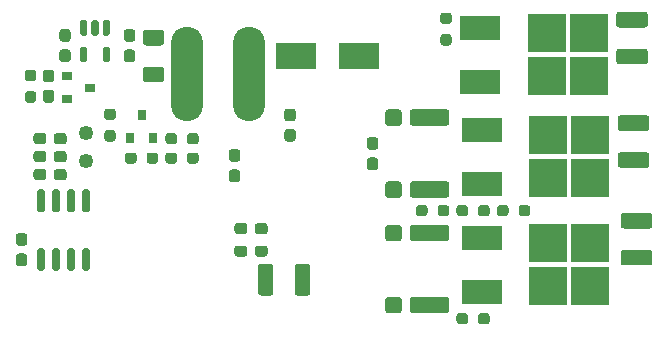
<source format=gbp>
G04 #@! TF.GenerationSoftware,KiCad,Pcbnew,5.1.10-1.fc32*
G04 #@! TF.CreationDate,2021-08-09T17:43:32+02:00*
G04 #@! TF.ProjectId,esc_brushless,6573635f-6272-4757-9368-6c6573732e6b,rev?*
G04 #@! TF.SameCoordinates,Original*
G04 #@! TF.FileFunction,Paste,Bot*
G04 #@! TF.FilePolarity,Positive*
%FSLAX46Y46*%
G04 Gerber Fmt 4.6, Leading zero omitted, Abs format (unit mm)*
G04 Created by KiCad (PCBNEW 5.1.10-1.fc32) date 2021-08-09 17:43:32*
%MOMM*%
%LPD*%
G01*
G04 APERTURE LIST*
%ADD10R,3.500000X2.300000*%
%ADD11O,2.700000X8.000000*%
%ADD12R,3.300000X3.300000*%
%ADD13R,3.500000X2.000000*%
%ADD14R,0.800000X0.900000*%
%ADD15R,0.900000X0.800000*%
%ADD16O,1.250000X1.250000*%
G04 APERTURE END LIST*
G36*
G01*
X224425500Y-103502000D02*
X224900500Y-103502000D01*
G75*
G02*
X225138000Y-103739500I0J-237500D01*
G01*
X225138000Y-104339500D01*
G75*
G02*
X224900500Y-104577000I-237500J0D01*
G01*
X224425500Y-104577000D01*
G75*
G02*
X224188000Y-104339500I0J237500D01*
G01*
X224188000Y-103739500D01*
G75*
G02*
X224425500Y-103502000I237500J0D01*
G01*
G37*
G36*
G01*
X224425500Y-105227000D02*
X224900500Y-105227000D01*
G75*
G02*
X225138000Y-105464500I0J-237500D01*
G01*
X225138000Y-106064500D01*
G75*
G02*
X224900500Y-106302000I-237500J0D01*
G01*
X224425500Y-106302000D01*
G75*
G02*
X224188000Y-106064500I0J237500D01*
G01*
X224188000Y-105464500D01*
G75*
G02*
X224425500Y-105227000I237500J0D01*
G01*
G37*
G36*
G01*
X248115002Y-111241000D02*
X245914998Y-111241000D01*
G75*
G02*
X245665000Y-110991002I0J249998D01*
G01*
X245665000Y-110165998D01*
G75*
G02*
X245914998Y-109916000I249998J0D01*
G01*
X248115002Y-109916000D01*
G75*
G02*
X248365000Y-110165998I0J-249998D01*
G01*
X248365000Y-110991002D01*
G75*
G02*
X248115002Y-111241000I-249998J0D01*
G01*
G37*
G36*
G01*
X248115002Y-114366000D02*
X245914998Y-114366000D01*
G75*
G02*
X245665000Y-114116002I0J249998D01*
G01*
X245665000Y-113290998D01*
G75*
G02*
X245914998Y-113041000I249998J0D01*
G01*
X248115002Y-113041000D01*
G75*
G02*
X248365000Y-113290998I0J-249998D01*
G01*
X248365000Y-114116002D01*
G75*
G02*
X248115002Y-114366000I-249998J0D01*
G01*
G37*
G36*
G01*
X247861002Y-106111000D02*
X245660998Y-106111000D01*
G75*
G02*
X245411000Y-105861002I0J249998D01*
G01*
X245411000Y-105035998D01*
G75*
G02*
X245660998Y-104786000I249998J0D01*
G01*
X247861002Y-104786000D01*
G75*
G02*
X248111000Y-105035998I0J-249998D01*
G01*
X248111000Y-105861002D01*
G75*
G02*
X247861002Y-106111000I-249998J0D01*
G01*
G37*
G36*
G01*
X247861002Y-102986000D02*
X245660998Y-102986000D01*
G75*
G02*
X245411000Y-102736002I0J249998D01*
G01*
X245411000Y-101910998D01*
G75*
G02*
X245660998Y-101661000I249998J0D01*
G01*
X247861002Y-101661000D01*
G75*
G02*
X248111000Y-101910998I0J-249998D01*
G01*
X248111000Y-102736002D01*
G75*
G02*
X247861002Y-102986000I-249998J0D01*
G01*
G37*
G36*
G01*
X247734002Y-94223000D02*
X245533998Y-94223000D01*
G75*
G02*
X245284000Y-93973002I0J249998D01*
G01*
X245284000Y-93147998D01*
G75*
G02*
X245533998Y-92898000I249998J0D01*
G01*
X247734002Y-92898000D01*
G75*
G02*
X247984000Y-93147998I0J-249998D01*
G01*
X247984000Y-93973002D01*
G75*
G02*
X247734002Y-94223000I-249998J0D01*
G01*
G37*
G36*
G01*
X247734002Y-97348000D02*
X245533998Y-97348000D01*
G75*
G02*
X245284000Y-97098002I0J249998D01*
G01*
X245284000Y-96272998D01*
G75*
G02*
X245533998Y-96023000I249998J0D01*
G01*
X247734002Y-96023000D01*
G75*
G02*
X247984000Y-96272998I0J-249998D01*
G01*
X247984000Y-97098002D01*
G75*
G02*
X247734002Y-97348000I-249998J0D01*
G01*
G37*
G36*
G01*
X219395000Y-114469998D02*
X219395000Y-116670002D01*
G75*
G02*
X219145002Y-116920000I-249998J0D01*
G01*
X218319998Y-116920000D01*
G75*
G02*
X218070000Y-116670002I0J249998D01*
G01*
X218070000Y-114469998D01*
G75*
G02*
X218319998Y-114220000I249998J0D01*
G01*
X219145002Y-114220000D01*
G75*
G02*
X219395000Y-114469998I0J-249998D01*
G01*
G37*
G36*
G01*
X216270000Y-114469998D02*
X216270000Y-116670002D01*
G75*
G02*
X216020002Y-116920000I-249998J0D01*
G01*
X215194998Y-116920000D01*
G75*
G02*
X214945000Y-116670002I0J249998D01*
G01*
X214945000Y-114469998D01*
G75*
G02*
X215194998Y-114220000I249998J0D01*
G01*
X216020002Y-114220000D01*
G75*
G02*
X216270000Y-114469998I0J-249998D01*
G01*
G37*
G36*
G01*
X215776000Y-111014500D02*
X215776000Y-111489500D01*
G75*
G02*
X215538500Y-111727000I-237500J0D01*
G01*
X214938500Y-111727000D01*
G75*
G02*
X214701000Y-111489500I0J237500D01*
G01*
X214701000Y-111014500D01*
G75*
G02*
X214938500Y-110777000I237500J0D01*
G01*
X215538500Y-110777000D01*
G75*
G02*
X215776000Y-111014500I0J-237500D01*
G01*
G37*
G36*
G01*
X214051000Y-111014500D02*
X214051000Y-111489500D01*
G75*
G02*
X213813500Y-111727000I-237500J0D01*
G01*
X213213500Y-111727000D01*
G75*
G02*
X212976000Y-111489500I0J237500D01*
G01*
X212976000Y-111014500D01*
G75*
G02*
X213213500Y-110777000I237500J0D01*
G01*
X213813500Y-110777000D01*
G75*
G02*
X214051000Y-111014500I0J-237500D01*
G01*
G37*
G36*
G01*
X215776000Y-112919500D02*
X215776000Y-113394500D01*
G75*
G02*
X215538500Y-113632000I-237500J0D01*
G01*
X214938500Y-113632000D01*
G75*
G02*
X214701000Y-113394500I0J237500D01*
G01*
X214701000Y-112919500D01*
G75*
G02*
X214938500Y-112682000I237500J0D01*
G01*
X215538500Y-112682000D01*
G75*
G02*
X215776000Y-112919500I0J-237500D01*
G01*
G37*
G36*
G01*
X214051000Y-112919500D02*
X214051000Y-113394500D01*
G75*
G02*
X213813500Y-113632000I-237500J0D01*
G01*
X213213500Y-113632000D01*
G75*
G02*
X212976000Y-113394500I0J237500D01*
G01*
X212976000Y-112919500D01*
G75*
G02*
X213213500Y-112682000I237500J0D01*
G01*
X213813500Y-112682000D01*
G75*
G02*
X214051000Y-112919500I0J-237500D01*
G01*
G37*
G36*
G01*
X217915500Y-103889000D02*
X217440500Y-103889000D01*
G75*
G02*
X217203000Y-103651500I0J237500D01*
G01*
X217203000Y-103051500D01*
G75*
G02*
X217440500Y-102814000I237500J0D01*
G01*
X217915500Y-102814000D01*
G75*
G02*
X218153000Y-103051500I0J-237500D01*
G01*
X218153000Y-103651500D01*
G75*
G02*
X217915500Y-103889000I-237500J0D01*
G01*
G37*
G36*
G01*
X217915500Y-102164000D02*
X217440500Y-102164000D01*
G75*
G02*
X217203000Y-101926500I0J237500D01*
G01*
X217203000Y-101326500D01*
G75*
G02*
X217440500Y-101089000I237500J0D01*
G01*
X217915500Y-101089000D01*
G75*
G02*
X218153000Y-101326500I0J-237500D01*
G01*
X218153000Y-101926500D01*
G75*
G02*
X217915500Y-102164000I-237500J0D01*
G01*
G37*
G36*
G01*
X212741500Y-106243000D02*
X213216500Y-106243000D01*
G75*
G02*
X213454000Y-106480500I0J-237500D01*
G01*
X213454000Y-107080500D01*
G75*
G02*
X213216500Y-107318000I-237500J0D01*
G01*
X212741500Y-107318000D01*
G75*
G02*
X212504000Y-107080500I0J237500D01*
G01*
X212504000Y-106480500D01*
G75*
G02*
X212741500Y-106243000I237500J0D01*
G01*
G37*
G36*
G01*
X212741500Y-104518000D02*
X213216500Y-104518000D01*
G75*
G02*
X213454000Y-104755500I0J-237500D01*
G01*
X213454000Y-105355500D01*
G75*
G02*
X213216500Y-105593000I-237500J0D01*
G01*
X212741500Y-105593000D01*
G75*
G02*
X212504000Y-105355500I0J237500D01*
G01*
X212504000Y-104755500D01*
G75*
G02*
X212741500Y-104518000I237500J0D01*
G01*
G37*
G36*
G01*
X206771002Y-98872000D02*
X205470998Y-98872000D01*
G75*
G02*
X205221000Y-98622002I0J249998D01*
G01*
X205221000Y-97796998D01*
G75*
G02*
X205470998Y-97547000I249998J0D01*
G01*
X206771002Y-97547000D01*
G75*
G02*
X207021000Y-97796998I0J-249998D01*
G01*
X207021000Y-98622002D01*
G75*
G02*
X206771002Y-98872000I-249998J0D01*
G01*
G37*
G36*
G01*
X206771002Y-95747000D02*
X205470998Y-95747000D01*
G75*
G02*
X205221000Y-95497002I0J249998D01*
G01*
X205221000Y-94671998D01*
G75*
G02*
X205470998Y-94422000I249998J0D01*
G01*
X206771002Y-94422000D01*
G75*
G02*
X207021000Y-94671998I0J-249998D01*
G01*
X207021000Y-95497002D01*
G75*
G02*
X206771002Y-95747000I-249998J0D01*
G01*
G37*
G36*
G01*
X197683000Y-103869500D02*
X197683000Y-103394500D01*
G75*
G02*
X197920500Y-103157000I237500J0D01*
G01*
X198520500Y-103157000D01*
G75*
G02*
X198758000Y-103394500I0J-237500D01*
G01*
X198758000Y-103869500D01*
G75*
G02*
X198520500Y-104107000I-237500J0D01*
G01*
X197920500Y-104107000D01*
G75*
G02*
X197683000Y-103869500I0J237500D01*
G01*
G37*
G36*
G01*
X195958000Y-103869500D02*
X195958000Y-103394500D01*
G75*
G02*
X196195500Y-103157000I237500J0D01*
G01*
X196795500Y-103157000D01*
G75*
G02*
X197033000Y-103394500I0J-237500D01*
G01*
X197033000Y-103869500D01*
G75*
G02*
X196795500Y-104107000I-237500J0D01*
G01*
X196195500Y-104107000D01*
G75*
G02*
X195958000Y-103869500I0J237500D01*
G01*
G37*
G36*
G01*
X195958000Y-106917500D02*
X195958000Y-106442500D01*
G75*
G02*
X196195500Y-106205000I237500J0D01*
G01*
X196795500Y-106205000D01*
G75*
G02*
X197033000Y-106442500I0J-237500D01*
G01*
X197033000Y-106917500D01*
G75*
G02*
X196795500Y-107155000I-237500J0D01*
G01*
X196195500Y-107155000D01*
G75*
G02*
X195958000Y-106917500I0J237500D01*
G01*
G37*
G36*
G01*
X197683000Y-106917500D02*
X197683000Y-106442500D01*
G75*
G02*
X197920500Y-106205000I237500J0D01*
G01*
X198520500Y-106205000D01*
G75*
G02*
X198758000Y-106442500I0J-237500D01*
G01*
X198758000Y-106917500D01*
G75*
G02*
X198520500Y-107155000I-237500J0D01*
G01*
X197920500Y-107155000D01*
G75*
G02*
X197683000Y-106917500I0J237500D01*
G01*
G37*
G36*
G01*
X197683000Y-105393500D02*
X197683000Y-104918500D01*
G75*
G02*
X197920500Y-104681000I237500J0D01*
G01*
X198520500Y-104681000D01*
G75*
G02*
X198758000Y-104918500I0J-237500D01*
G01*
X198758000Y-105393500D01*
G75*
G02*
X198520500Y-105631000I-237500J0D01*
G01*
X197920500Y-105631000D01*
G75*
G02*
X197683000Y-105393500I0J237500D01*
G01*
G37*
G36*
G01*
X195958000Y-105393500D02*
X195958000Y-104918500D01*
G75*
G02*
X196195500Y-104681000I237500J0D01*
G01*
X196795500Y-104681000D01*
G75*
G02*
X197033000Y-104918500I0J-237500D01*
G01*
X197033000Y-105393500D01*
G75*
G02*
X196795500Y-105631000I-237500J0D01*
G01*
X196195500Y-105631000D01*
G75*
G02*
X195958000Y-105393500I0J237500D01*
G01*
G37*
G36*
G01*
X196993500Y-99512000D02*
X197468500Y-99512000D01*
G75*
G02*
X197706000Y-99749500I0J-237500D01*
G01*
X197706000Y-100349500D01*
G75*
G02*
X197468500Y-100587000I-237500J0D01*
G01*
X196993500Y-100587000D01*
G75*
G02*
X196756000Y-100349500I0J237500D01*
G01*
X196756000Y-99749500D01*
G75*
G02*
X196993500Y-99512000I237500J0D01*
G01*
G37*
G36*
G01*
X196993500Y-97787000D02*
X197468500Y-97787000D01*
G75*
G02*
X197706000Y-98024500I0J-237500D01*
G01*
X197706000Y-98624500D01*
G75*
G02*
X197468500Y-98862000I-237500J0D01*
G01*
X196993500Y-98862000D01*
G75*
G02*
X196756000Y-98624500I0J237500D01*
G01*
X196756000Y-98024500D01*
G75*
G02*
X196993500Y-97787000I237500J0D01*
G01*
G37*
G36*
G01*
X204326500Y-95433000D02*
X203851500Y-95433000D01*
G75*
G02*
X203614000Y-95195500I0J237500D01*
G01*
X203614000Y-94595500D01*
G75*
G02*
X203851500Y-94358000I237500J0D01*
G01*
X204326500Y-94358000D01*
G75*
G02*
X204564000Y-94595500I0J-237500D01*
G01*
X204564000Y-95195500D01*
G75*
G02*
X204326500Y-95433000I-237500J0D01*
G01*
G37*
G36*
G01*
X204326500Y-97158000D02*
X203851500Y-97158000D01*
G75*
G02*
X203614000Y-96920500I0J237500D01*
G01*
X203614000Y-96320500D01*
G75*
G02*
X203851500Y-96083000I237500J0D01*
G01*
X204326500Y-96083000D01*
G75*
G02*
X204564000Y-96320500I0J-237500D01*
G01*
X204564000Y-96920500D01*
G75*
G02*
X204326500Y-97158000I-237500J0D01*
G01*
G37*
G36*
G01*
X198865500Y-97158000D02*
X198390500Y-97158000D01*
G75*
G02*
X198153000Y-96920500I0J237500D01*
G01*
X198153000Y-96320500D01*
G75*
G02*
X198390500Y-96083000I237500J0D01*
G01*
X198865500Y-96083000D01*
G75*
G02*
X199103000Y-96320500I0J-237500D01*
G01*
X199103000Y-96920500D01*
G75*
G02*
X198865500Y-97158000I-237500J0D01*
G01*
G37*
G36*
G01*
X198865500Y-95433000D02*
X198390500Y-95433000D01*
G75*
G02*
X198153000Y-95195500I0J237500D01*
G01*
X198153000Y-94595500D01*
G75*
G02*
X198390500Y-94358000I237500J0D01*
G01*
X198865500Y-94358000D01*
G75*
G02*
X199103000Y-94595500I0J-237500D01*
G01*
X199103000Y-95195500D01*
G75*
G02*
X198865500Y-95433000I-237500J0D01*
G01*
G37*
G36*
G01*
X195182500Y-112705000D02*
X194707500Y-112705000D01*
G75*
G02*
X194470000Y-112467500I0J237500D01*
G01*
X194470000Y-111867500D01*
G75*
G02*
X194707500Y-111630000I237500J0D01*
G01*
X195182500Y-111630000D01*
G75*
G02*
X195420000Y-111867500I0J-237500D01*
G01*
X195420000Y-112467500D01*
G75*
G02*
X195182500Y-112705000I-237500J0D01*
G01*
G37*
G36*
G01*
X195182500Y-114430000D02*
X194707500Y-114430000D01*
G75*
G02*
X194470000Y-114192500I0J237500D01*
G01*
X194470000Y-113592500D01*
G75*
G02*
X194707500Y-113355000I237500J0D01*
G01*
X195182500Y-113355000D01*
G75*
G02*
X195420000Y-113592500I0J-237500D01*
G01*
X195420000Y-114192500D01*
G75*
G02*
X195182500Y-114430000I-237500J0D01*
G01*
G37*
D10*
X218153000Y-96647000D03*
X223553000Y-96647000D03*
D11*
X214232000Y-98171000D03*
X208932000Y-98171000D03*
D12*
X243106000Y-112500000D03*
X239556000Y-112500000D03*
X243106000Y-116100000D03*
X239556000Y-116100000D03*
D13*
X233931000Y-112020000D03*
X233931000Y-116600000D03*
X233931000Y-107456000D03*
X233931000Y-102876000D03*
D12*
X239556000Y-106956000D03*
X243106000Y-106956000D03*
X239556000Y-103356000D03*
X243106000Y-103356000D03*
D13*
X233804000Y-98820000D03*
X233804000Y-94240000D03*
D12*
X239429000Y-98320000D03*
X242979000Y-98320000D03*
X239429000Y-94720000D03*
X242979000Y-94720000D03*
D14*
X206055000Y-103616000D03*
X204155000Y-103616000D03*
X205105000Y-101616000D03*
D15*
X200771000Y-99314000D03*
X198771000Y-98364000D03*
X198771000Y-100264000D03*
G36*
G01*
X231143000Y-109490500D02*
X231143000Y-109965500D01*
G75*
G02*
X230905500Y-110203000I-237500J0D01*
G01*
X230405500Y-110203000D01*
G75*
G02*
X230168000Y-109965500I0J237500D01*
G01*
X230168000Y-109490500D01*
G75*
G02*
X230405500Y-109253000I237500J0D01*
G01*
X230905500Y-109253000D01*
G75*
G02*
X231143000Y-109490500I0J-237500D01*
G01*
G37*
G36*
G01*
X229318000Y-109490500D02*
X229318000Y-109965500D01*
G75*
G02*
X229080500Y-110203000I-237500J0D01*
G01*
X228580500Y-110203000D01*
G75*
G02*
X228343000Y-109965500I0J237500D01*
G01*
X228343000Y-109490500D01*
G75*
G02*
X228580500Y-109253000I237500J0D01*
G01*
X229080500Y-109253000D01*
G75*
G02*
X229318000Y-109490500I0J-237500D01*
G01*
G37*
G36*
G01*
X233597000Y-109965500D02*
X233597000Y-109490500D01*
G75*
G02*
X233834500Y-109253000I237500J0D01*
G01*
X234334500Y-109253000D01*
G75*
G02*
X234572000Y-109490500I0J-237500D01*
G01*
X234572000Y-109965500D01*
G75*
G02*
X234334500Y-110203000I-237500J0D01*
G01*
X233834500Y-110203000D01*
G75*
G02*
X233597000Y-109965500I0J237500D01*
G01*
G37*
G36*
G01*
X231772000Y-109965500D02*
X231772000Y-109490500D01*
G75*
G02*
X232009500Y-109253000I237500J0D01*
G01*
X232509500Y-109253000D01*
G75*
G02*
X232747000Y-109490500I0J-237500D01*
G01*
X232747000Y-109965500D01*
G75*
G02*
X232509500Y-110203000I-237500J0D01*
G01*
X232009500Y-110203000D01*
G75*
G02*
X231772000Y-109965500I0J237500D01*
G01*
G37*
G36*
G01*
X234572000Y-118634500D02*
X234572000Y-119109500D01*
G75*
G02*
X234334500Y-119347000I-237500J0D01*
G01*
X233834500Y-119347000D01*
G75*
G02*
X233597000Y-119109500I0J237500D01*
G01*
X233597000Y-118634500D01*
G75*
G02*
X233834500Y-118397000I237500J0D01*
G01*
X234334500Y-118397000D01*
G75*
G02*
X234572000Y-118634500I0J-237500D01*
G01*
G37*
G36*
G01*
X232747000Y-118634500D02*
X232747000Y-119109500D01*
G75*
G02*
X232509500Y-119347000I-237500J0D01*
G01*
X232009500Y-119347000D01*
G75*
G02*
X231772000Y-119109500I0J237500D01*
G01*
X231772000Y-118634500D01*
G75*
G02*
X232009500Y-118397000I237500J0D01*
G01*
X232509500Y-118397000D01*
G75*
G02*
X232747000Y-118634500I0J-237500D01*
G01*
G37*
G36*
G01*
X236176000Y-109490500D02*
X236176000Y-109965500D01*
G75*
G02*
X235938500Y-110203000I-237500J0D01*
G01*
X235438500Y-110203000D01*
G75*
G02*
X235201000Y-109965500I0J237500D01*
G01*
X235201000Y-109490500D01*
G75*
G02*
X235438500Y-109253000I237500J0D01*
G01*
X235938500Y-109253000D01*
G75*
G02*
X236176000Y-109490500I0J-237500D01*
G01*
G37*
G36*
G01*
X238001000Y-109490500D02*
X238001000Y-109965500D01*
G75*
G02*
X237763500Y-110203000I-237500J0D01*
G01*
X237263500Y-110203000D01*
G75*
G02*
X237026000Y-109965500I0J237500D01*
G01*
X237026000Y-109490500D01*
G75*
G02*
X237263500Y-109253000I237500J0D01*
G01*
X237763500Y-109253000D01*
G75*
G02*
X238001000Y-109490500I0J-237500D01*
G01*
G37*
G36*
G01*
X231123500Y-95761000D02*
X230648500Y-95761000D01*
G75*
G02*
X230411000Y-95523500I0J237500D01*
G01*
X230411000Y-95023500D01*
G75*
G02*
X230648500Y-94786000I237500J0D01*
G01*
X231123500Y-94786000D01*
G75*
G02*
X231361000Y-95023500I0J-237500D01*
G01*
X231361000Y-95523500D01*
G75*
G02*
X231123500Y-95761000I-237500J0D01*
G01*
G37*
G36*
G01*
X231123500Y-93936000D02*
X230648500Y-93936000D01*
G75*
G02*
X230411000Y-93698500I0J237500D01*
G01*
X230411000Y-93198500D01*
G75*
G02*
X230648500Y-92961000I237500J0D01*
G01*
X231123500Y-92961000D01*
G75*
G02*
X231361000Y-93198500I0J-237500D01*
G01*
X231361000Y-93698500D01*
G75*
G02*
X231123500Y-93936000I-237500J0D01*
G01*
G37*
G36*
G01*
X208959000Y-103869500D02*
X208959000Y-103394500D01*
G75*
G02*
X209196500Y-103157000I237500J0D01*
G01*
X209696500Y-103157000D01*
G75*
G02*
X209934000Y-103394500I0J-237500D01*
G01*
X209934000Y-103869500D01*
G75*
G02*
X209696500Y-104107000I-237500J0D01*
G01*
X209196500Y-104107000D01*
G75*
G02*
X208959000Y-103869500I0J237500D01*
G01*
G37*
G36*
G01*
X207134000Y-103869500D02*
X207134000Y-103394500D01*
G75*
G02*
X207371500Y-103157000I237500J0D01*
G01*
X207871500Y-103157000D01*
G75*
G02*
X208109000Y-103394500I0J-237500D01*
G01*
X208109000Y-103869500D01*
G75*
G02*
X207871500Y-104107000I-237500J0D01*
G01*
X207371500Y-104107000D01*
G75*
G02*
X207134000Y-103869500I0J237500D01*
G01*
G37*
G36*
G01*
X202200500Y-102914000D02*
X202675500Y-102914000D01*
G75*
G02*
X202913000Y-103151500I0J-237500D01*
G01*
X202913000Y-103651500D01*
G75*
G02*
X202675500Y-103889000I-237500J0D01*
G01*
X202200500Y-103889000D01*
G75*
G02*
X201963000Y-103651500I0J237500D01*
G01*
X201963000Y-103151500D01*
G75*
G02*
X202200500Y-102914000I237500J0D01*
G01*
G37*
G36*
G01*
X202200500Y-101089000D02*
X202675500Y-101089000D01*
G75*
G02*
X202913000Y-101326500I0J-237500D01*
G01*
X202913000Y-101826500D01*
G75*
G02*
X202675500Y-102064000I-237500J0D01*
G01*
X202200500Y-102064000D01*
G75*
G02*
X201963000Y-101826500I0J237500D01*
G01*
X201963000Y-101326500D01*
G75*
G02*
X202200500Y-101089000I237500J0D01*
G01*
G37*
G36*
G01*
X206505000Y-105045500D02*
X206505000Y-105520500D01*
G75*
G02*
X206267500Y-105758000I-237500J0D01*
G01*
X205767500Y-105758000D01*
G75*
G02*
X205530000Y-105520500I0J237500D01*
G01*
X205530000Y-105045500D01*
G75*
G02*
X205767500Y-104808000I237500J0D01*
G01*
X206267500Y-104808000D01*
G75*
G02*
X206505000Y-105045500I0J-237500D01*
G01*
G37*
G36*
G01*
X204680000Y-105045500D02*
X204680000Y-105520500D01*
G75*
G02*
X204442500Y-105758000I-237500J0D01*
G01*
X203942500Y-105758000D01*
G75*
G02*
X203705000Y-105520500I0J237500D01*
G01*
X203705000Y-105045500D01*
G75*
G02*
X203942500Y-104808000I237500J0D01*
G01*
X204442500Y-104808000D01*
G75*
G02*
X204680000Y-105045500I0J-237500D01*
G01*
G37*
G36*
G01*
X208959000Y-105520500D02*
X208959000Y-105045500D01*
G75*
G02*
X209196500Y-104808000I237500J0D01*
G01*
X209696500Y-104808000D01*
G75*
G02*
X209934000Y-105045500I0J-237500D01*
G01*
X209934000Y-105520500D01*
G75*
G02*
X209696500Y-105758000I-237500J0D01*
G01*
X209196500Y-105758000D01*
G75*
G02*
X208959000Y-105520500I0J237500D01*
G01*
G37*
G36*
G01*
X207134000Y-105520500D02*
X207134000Y-105045500D01*
G75*
G02*
X207371500Y-104808000I237500J0D01*
G01*
X207871500Y-104808000D01*
G75*
G02*
X208109000Y-105045500I0J-237500D01*
G01*
X208109000Y-105520500D01*
G75*
G02*
X207871500Y-105758000I-237500J0D01*
G01*
X207371500Y-105758000D01*
G75*
G02*
X207134000Y-105520500I0J237500D01*
G01*
G37*
G36*
G01*
X195469500Y-99612000D02*
X195944500Y-99612000D01*
G75*
G02*
X196182000Y-99849500I0J-237500D01*
G01*
X196182000Y-100349500D01*
G75*
G02*
X195944500Y-100587000I-237500J0D01*
G01*
X195469500Y-100587000D01*
G75*
G02*
X195232000Y-100349500I0J237500D01*
G01*
X195232000Y-99849500D01*
G75*
G02*
X195469500Y-99612000I237500J0D01*
G01*
G37*
G36*
G01*
X195469500Y-97787000D02*
X195944500Y-97787000D01*
G75*
G02*
X196182000Y-98024500I0J-237500D01*
G01*
X196182000Y-98524500D01*
G75*
G02*
X195944500Y-98762000I-237500J0D01*
G01*
X195469500Y-98762000D01*
G75*
G02*
X195232000Y-98524500I0J237500D01*
G01*
X195232000Y-98024500D01*
G75*
G02*
X195469500Y-97787000I237500J0D01*
G01*
G37*
D16*
X200406000Y-105537000D03*
X200406000Y-103124000D03*
G36*
G01*
X200068000Y-93577000D02*
X200368000Y-93577000D01*
G75*
G02*
X200518000Y-93727000I0J-150000D01*
G01*
X200518000Y-94752000D01*
G75*
G02*
X200368000Y-94902000I-150000J0D01*
G01*
X200068000Y-94902000D01*
G75*
G02*
X199918000Y-94752000I0J150000D01*
G01*
X199918000Y-93727000D01*
G75*
G02*
X200068000Y-93577000I150000J0D01*
G01*
G37*
G36*
G01*
X201018000Y-93577000D02*
X201318000Y-93577000D01*
G75*
G02*
X201468000Y-93727000I0J-150000D01*
G01*
X201468000Y-94752000D01*
G75*
G02*
X201318000Y-94902000I-150000J0D01*
G01*
X201018000Y-94902000D01*
G75*
G02*
X200868000Y-94752000I0J150000D01*
G01*
X200868000Y-93727000D01*
G75*
G02*
X201018000Y-93577000I150000J0D01*
G01*
G37*
G36*
G01*
X201968000Y-93577000D02*
X202268000Y-93577000D01*
G75*
G02*
X202418000Y-93727000I0J-150000D01*
G01*
X202418000Y-94752000D01*
G75*
G02*
X202268000Y-94902000I-150000J0D01*
G01*
X201968000Y-94902000D01*
G75*
G02*
X201818000Y-94752000I0J150000D01*
G01*
X201818000Y-93727000D01*
G75*
G02*
X201968000Y-93577000I150000J0D01*
G01*
G37*
G36*
G01*
X201968000Y-95852000D02*
X202268000Y-95852000D01*
G75*
G02*
X202418000Y-96002000I0J-150000D01*
G01*
X202418000Y-97027000D01*
G75*
G02*
X202268000Y-97177000I-150000J0D01*
G01*
X201968000Y-97177000D01*
G75*
G02*
X201818000Y-97027000I0J150000D01*
G01*
X201818000Y-96002000D01*
G75*
G02*
X201968000Y-95852000I150000J0D01*
G01*
G37*
G36*
G01*
X200068000Y-95852000D02*
X200368000Y-95852000D01*
G75*
G02*
X200518000Y-96002000I0J-150000D01*
G01*
X200518000Y-97027000D01*
G75*
G02*
X200368000Y-97177000I-150000J0D01*
G01*
X200068000Y-97177000D01*
G75*
G02*
X199918000Y-97027000I0J150000D01*
G01*
X199918000Y-96002000D01*
G75*
G02*
X200068000Y-95852000I150000J0D01*
G01*
G37*
G36*
G01*
X196446000Y-107929000D02*
X196746000Y-107929000D01*
G75*
G02*
X196896000Y-108079000I0J-150000D01*
G01*
X196896000Y-109729000D01*
G75*
G02*
X196746000Y-109879000I-150000J0D01*
G01*
X196446000Y-109879000D01*
G75*
G02*
X196296000Y-109729000I0J150000D01*
G01*
X196296000Y-108079000D01*
G75*
G02*
X196446000Y-107929000I150000J0D01*
G01*
G37*
G36*
G01*
X197716000Y-107929000D02*
X198016000Y-107929000D01*
G75*
G02*
X198166000Y-108079000I0J-150000D01*
G01*
X198166000Y-109729000D01*
G75*
G02*
X198016000Y-109879000I-150000J0D01*
G01*
X197716000Y-109879000D01*
G75*
G02*
X197566000Y-109729000I0J150000D01*
G01*
X197566000Y-108079000D01*
G75*
G02*
X197716000Y-107929000I150000J0D01*
G01*
G37*
G36*
G01*
X198986000Y-107929000D02*
X199286000Y-107929000D01*
G75*
G02*
X199436000Y-108079000I0J-150000D01*
G01*
X199436000Y-109729000D01*
G75*
G02*
X199286000Y-109879000I-150000J0D01*
G01*
X198986000Y-109879000D01*
G75*
G02*
X198836000Y-109729000I0J150000D01*
G01*
X198836000Y-108079000D01*
G75*
G02*
X198986000Y-107929000I150000J0D01*
G01*
G37*
G36*
G01*
X200256000Y-107929000D02*
X200556000Y-107929000D01*
G75*
G02*
X200706000Y-108079000I0J-150000D01*
G01*
X200706000Y-109729000D01*
G75*
G02*
X200556000Y-109879000I-150000J0D01*
G01*
X200256000Y-109879000D01*
G75*
G02*
X200106000Y-109729000I0J150000D01*
G01*
X200106000Y-108079000D01*
G75*
G02*
X200256000Y-107929000I150000J0D01*
G01*
G37*
G36*
G01*
X200256000Y-112879000D02*
X200556000Y-112879000D01*
G75*
G02*
X200706000Y-113029000I0J-150000D01*
G01*
X200706000Y-114679000D01*
G75*
G02*
X200556000Y-114829000I-150000J0D01*
G01*
X200256000Y-114829000D01*
G75*
G02*
X200106000Y-114679000I0J150000D01*
G01*
X200106000Y-113029000D01*
G75*
G02*
X200256000Y-112879000I150000J0D01*
G01*
G37*
G36*
G01*
X198986000Y-112879000D02*
X199286000Y-112879000D01*
G75*
G02*
X199436000Y-113029000I0J-150000D01*
G01*
X199436000Y-114679000D01*
G75*
G02*
X199286000Y-114829000I-150000J0D01*
G01*
X198986000Y-114829000D01*
G75*
G02*
X198836000Y-114679000I0J150000D01*
G01*
X198836000Y-113029000D01*
G75*
G02*
X198986000Y-112879000I150000J0D01*
G01*
G37*
G36*
G01*
X197716000Y-112879000D02*
X198016000Y-112879000D01*
G75*
G02*
X198166000Y-113029000I0J-150000D01*
G01*
X198166000Y-114679000D01*
G75*
G02*
X198016000Y-114829000I-150000J0D01*
G01*
X197716000Y-114829000D01*
G75*
G02*
X197566000Y-114679000I0J150000D01*
G01*
X197566000Y-113029000D01*
G75*
G02*
X197716000Y-112879000I150000J0D01*
G01*
G37*
G36*
G01*
X196446000Y-112879000D02*
X196746000Y-112879000D01*
G75*
G02*
X196896000Y-113029000I0J-150000D01*
G01*
X196896000Y-114679000D01*
G75*
G02*
X196746000Y-114829000I-150000J0D01*
G01*
X196446000Y-114829000D01*
G75*
G02*
X196296000Y-114679000I0J150000D01*
G01*
X196296000Y-113029000D01*
G75*
G02*
X196446000Y-112879000I150000J0D01*
G01*
G37*
G36*
G01*
X228063999Y-101152000D02*
X230914001Y-101152000D01*
G75*
G02*
X231164000Y-101401999I0J-249999D01*
G01*
X231164000Y-102302001D01*
G75*
G02*
X230914001Y-102552000I-249999J0D01*
G01*
X228063999Y-102552000D01*
G75*
G02*
X227814000Y-102302001I0J249999D01*
G01*
X227814000Y-101401999D01*
G75*
G02*
X228063999Y-101152000I249999J0D01*
G01*
G37*
G36*
G01*
X228063999Y-107252000D02*
X230914001Y-107252000D01*
G75*
G02*
X231164000Y-107501999I0J-249999D01*
G01*
X231164000Y-108402001D01*
G75*
G02*
X230914001Y-108652000I-249999J0D01*
G01*
X228063999Y-108652000D01*
G75*
G02*
X227814000Y-108402001I0J249999D01*
G01*
X227814000Y-107501999D01*
G75*
G02*
X228063999Y-107252000I249999J0D01*
G01*
G37*
G36*
G01*
X225991600Y-107250000D02*
X226890400Y-107250000D01*
G75*
G02*
X227141000Y-107500600I0J-250600D01*
G01*
X227141000Y-108399400D01*
G75*
G02*
X226890400Y-108650000I-250600J0D01*
G01*
X225991600Y-108650000D01*
G75*
G02*
X225741000Y-108399400I0J250600D01*
G01*
X225741000Y-107500600D01*
G75*
G02*
X225991600Y-107250000I250600J0D01*
G01*
G37*
G36*
G01*
X225991600Y-101154000D02*
X226890400Y-101154000D01*
G75*
G02*
X227141000Y-101404600I0J-250600D01*
G01*
X227141000Y-102303400D01*
G75*
G02*
X226890400Y-102554000I-250600J0D01*
G01*
X225991600Y-102554000D01*
G75*
G02*
X225741000Y-102303400I0J250600D01*
G01*
X225741000Y-101404600D01*
G75*
G02*
X225991600Y-101154000I250600J0D01*
G01*
G37*
G36*
G01*
X228063999Y-110931000D02*
X230914001Y-110931000D01*
G75*
G02*
X231164000Y-111180999I0J-249999D01*
G01*
X231164000Y-112081001D01*
G75*
G02*
X230914001Y-112331000I-249999J0D01*
G01*
X228063999Y-112331000D01*
G75*
G02*
X227814000Y-112081001I0J249999D01*
G01*
X227814000Y-111180999D01*
G75*
G02*
X228063999Y-110931000I249999J0D01*
G01*
G37*
G36*
G01*
X228063999Y-117031000D02*
X230914001Y-117031000D01*
G75*
G02*
X231164000Y-117280999I0J-249999D01*
G01*
X231164000Y-118181001D01*
G75*
G02*
X230914001Y-118431000I-249999J0D01*
G01*
X228063999Y-118431000D01*
G75*
G02*
X227814000Y-118181001I0J249999D01*
G01*
X227814000Y-117280999D01*
G75*
G02*
X228063999Y-117031000I249999J0D01*
G01*
G37*
G36*
G01*
X225991600Y-117029000D02*
X226890400Y-117029000D01*
G75*
G02*
X227141000Y-117279600I0J-250600D01*
G01*
X227141000Y-118178400D01*
G75*
G02*
X226890400Y-118429000I-250600J0D01*
G01*
X225991600Y-118429000D01*
G75*
G02*
X225741000Y-118178400I0J250600D01*
G01*
X225741000Y-117279600D01*
G75*
G02*
X225991600Y-117029000I250600J0D01*
G01*
G37*
G36*
G01*
X225991600Y-110933000D02*
X226890400Y-110933000D01*
G75*
G02*
X227141000Y-111183600I0J-250600D01*
G01*
X227141000Y-112082400D01*
G75*
G02*
X226890400Y-112333000I-250600J0D01*
G01*
X225991600Y-112333000D01*
G75*
G02*
X225741000Y-112082400I0J250600D01*
G01*
X225741000Y-111183600D01*
G75*
G02*
X225991600Y-110933000I250600J0D01*
G01*
G37*
M02*

</source>
